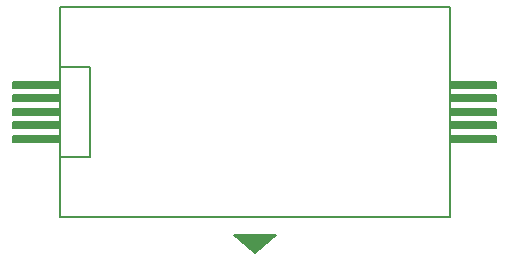
<source format=gbr>
G04 #@! TF.GenerationSoftware,KiCad,Pcbnew,(5.1.2-1)-1*
G04 #@! TF.CreationDate,2021-01-18T23:39:36-08:00*
G04 #@! TF.ProjectId,cart,63617274-2e6b-4696-9361-645f70636258,rev?*
G04 #@! TF.SameCoordinates,Original*
G04 #@! TF.FileFunction,Legend,Top*
G04 #@! TF.FilePolarity,Positive*
%FSLAX46Y46*%
G04 Gerber Fmt 4.6, Leading zero omitted, Abs format (unit mm)*
G04 Created by KiCad (PCBNEW (5.1.2-1)-1) date 2021-01-18 23:39:36*
%MOMM*%
%LPD*%
G04 APERTURE LIST*
%ADD10C,0.200000*%
%ADD11C,0.150000*%
G04 APERTURE END LIST*
D10*
G36*
X123126500Y-114300000D02*
G01*
X119253000Y-114300000D01*
X119253000Y-113792000D01*
X123126500Y-113792000D01*
X123126500Y-114300000D01*
G37*
X123126500Y-114300000D02*
X119253000Y-114300000D01*
X119253000Y-113792000D01*
X123126500Y-113792000D01*
X123126500Y-114300000D01*
G36*
X123126500Y-110871000D02*
G01*
X119253000Y-110871000D01*
X119253000Y-110363000D01*
X123126500Y-110363000D01*
X123126500Y-110871000D01*
G37*
X123126500Y-110871000D02*
X119253000Y-110871000D01*
X119253000Y-110363000D01*
X123126500Y-110363000D01*
X123126500Y-110871000D01*
G36*
X123126500Y-113157000D02*
G01*
X119253000Y-113157000D01*
X119253000Y-112649000D01*
X123126500Y-112649000D01*
X123126500Y-113157000D01*
G37*
X123126500Y-113157000D02*
X119253000Y-113157000D01*
X119253000Y-112649000D01*
X123126500Y-112649000D01*
X123126500Y-113157000D01*
G36*
X123126500Y-112014000D02*
G01*
X119253000Y-112014000D01*
X119253000Y-111506000D01*
X123126500Y-111506000D01*
X123126500Y-112014000D01*
G37*
X123126500Y-112014000D02*
X119253000Y-112014000D01*
X119253000Y-111506000D01*
X123126500Y-111506000D01*
X123126500Y-112014000D01*
G36*
X123126500Y-109728000D02*
G01*
X119253000Y-109728000D01*
X119253000Y-109220000D01*
X123126500Y-109220000D01*
X123126500Y-109728000D01*
G37*
X123126500Y-109728000D02*
X119253000Y-109728000D01*
X119253000Y-109220000D01*
X123126500Y-109220000D01*
X123126500Y-109728000D01*
G36*
X160147000Y-114300000D02*
G01*
X156273500Y-114300000D01*
X156273500Y-113792000D01*
X160147000Y-113792000D01*
X160147000Y-114300000D01*
G37*
X160147000Y-114300000D02*
X156273500Y-114300000D01*
X156273500Y-113792000D01*
X160147000Y-113792000D01*
X160147000Y-114300000D01*
G36*
X160147000Y-113157000D02*
G01*
X156273500Y-113157000D01*
X156273500Y-112649000D01*
X160147000Y-112649000D01*
X160147000Y-113157000D01*
G37*
X160147000Y-113157000D02*
X156273500Y-113157000D01*
X156273500Y-112649000D01*
X160147000Y-112649000D01*
X160147000Y-113157000D01*
G36*
X160147000Y-109728000D02*
G01*
X156273500Y-109728000D01*
X156273500Y-109220000D01*
X160147000Y-109220000D01*
X160147000Y-109728000D01*
G37*
X160147000Y-109728000D02*
X156273500Y-109728000D01*
X156273500Y-109220000D01*
X160147000Y-109220000D01*
X160147000Y-109728000D01*
G36*
X160147000Y-110871000D02*
G01*
X156273500Y-110871000D01*
X156273500Y-110363000D01*
X160147000Y-110363000D01*
X160147000Y-110871000D01*
G37*
X160147000Y-110871000D02*
X156273500Y-110871000D01*
X156273500Y-110363000D01*
X160147000Y-110363000D01*
X160147000Y-110871000D01*
G36*
X160147000Y-112014000D02*
G01*
X156273500Y-112014000D01*
X156273500Y-111506000D01*
X160147000Y-111506000D01*
X160147000Y-112014000D01*
G37*
X160147000Y-112014000D02*
X156273500Y-112014000D01*
X156273500Y-111506000D01*
X160147000Y-111506000D01*
X160147000Y-112014000D01*
G36*
X139700000Y-123698000D02*
G01*
X137922000Y-122174000D01*
X141478000Y-122174000D01*
X139700000Y-123698000D01*
G37*
X139700000Y-123698000D02*
X137922000Y-122174000D01*
X141478000Y-122174000D01*
X139700000Y-123698000D01*
D11*
X125730000Y-115570000D02*
X125730000Y-107950000D01*
X156210000Y-102870000D02*
X156210000Y-120650000D01*
X123190000Y-102870000D02*
X156210000Y-102870000D01*
X123190000Y-107950000D02*
X123190000Y-102870000D01*
X123190000Y-107950000D02*
X125730000Y-107950000D01*
X123190000Y-115570000D02*
X123190000Y-107950000D01*
X125730000Y-115570000D02*
X123190000Y-115570000D01*
X123190000Y-120650000D02*
X123190000Y-115570000D01*
X123190000Y-120650000D02*
X156210000Y-120650000D01*
M02*

</source>
